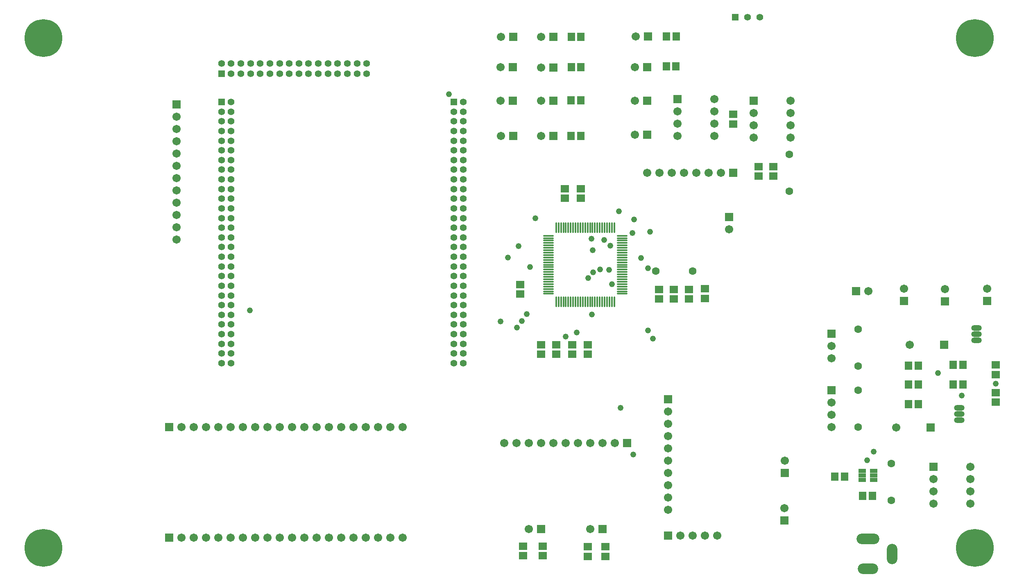
<source format=gts>
G04*
G04 #@! TF.GenerationSoftware,Altium Limited,Altium Designer,18.1.6 (161)*
G04*
G04 Layer_Color=8388736*
%FSLAX25Y25*%
%MOIN*%
G70*
G01*
G75*
%ADD21R,0.06706X0.06312*%
%ADD22R,0.05918X0.03556*%
%ADD23R,0.06312X0.06706*%
%ADD24O,0.01581X0.08471*%
%ADD25O,0.08471X0.01581*%
%ADD26C,0.06312*%
%ADD27C,0.06706*%
%ADD28R,0.06706X0.06706*%
%ADD29R,0.06706X0.06706*%
%ADD30C,0.05524*%
%ADD31R,0.05524X0.05524*%
%ADD32R,0.05524X0.05524*%
%ADD33C,0.06706*%
%ADD34O,0.08674X0.16548*%
%ADD35O,0.16548X0.08674*%
%ADD36O,0.18517X0.08674*%
%ADD37O,0.08674X0.04737*%
%ADD38O,0.08674X0.04737*%
%ADD39C,0.30800*%
%ADD40C,0.04800*%
D21*
X863744Y426126D02*
D03*
Y434000D02*
D03*
X851500Y433937D02*
D03*
Y426063D02*
D03*
X831000Y476437D02*
D03*
Y468563D02*
D03*
X707000Y415953D02*
D03*
Y408079D02*
D03*
X700000Y281063D02*
D03*
Y288937D02*
D03*
X727000Y116626D02*
D03*
Y124500D02*
D03*
X712500Y116626D02*
D03*
Y124500D02*
D03*
X676000Y117063D02*
D03*
Y124937D02*
D03*
X660000Y117126D02*
D03*
Y125000D02*
D03*
X674500Y281063D02*
D03*
Y288937D02*
D03*
X1044500Y264563D02*
D03*
Y272437D02*
D03*
Y242126D02*
D03*
Y250000D02*
D03*
X687000Y281063D02*
D03*
Y288937D02*
D03*
X808000Y334374D02*
D03*
Y326500D02*
D03*
X795000Y334000D02*
D03*
Y326126D02*
D03*
X712500Y288937D02*
D03*
Y281063D02*
D03*
X657500Y330063D02*
D03*
Y337937D02*
D03*
X694000Y408142D02*
D03*
Y416016D02*
D03*
X782500Y326063D02*
D03*
Y333937D02*
D03*
X770500Y326063D02*
D03*
Y333937D02*
D03*
D22*
X945224Y186240D02*
D03*
Y182500D02*
D03*
Y178760D02*
D03*
X935776D02*
D03*
Y182500D02*
D03*
Y186240D02*
D03*
D23*
X973626Y240500D02*
D03*
X981500D02*
D03*
X973563Y256500D02*
D03*
X981437D02*
D03*
Y272000D02*
D03*
X973563D02*
D03*
X1017937Y256500D02*
D03*
X1010063D02*
D03*
X944224Y165740D02*
D03*
X936350D02*
D03*
X1010000Y272500D02*
D03*
X1017874D02*
D03*
X921437Y181500D02*
D03*
X913563D02*
D03*
X784374Y515500D02*
D03*
X776500D02*
D03*
X784500Y540000D02*
D03*
X776626D02*
D03*
X707000Y515000D02*
D03*
X699126D02*
D03*
X706874Y459000D02*
D03*
X699000D02*
D03*
X706937Y487882D02*
D03*
X699063D02*
D03*
X707000Y539500D02*
D03*
X699126D02*
D03*
D24*
X734122Y323980D02*
D03*
X732153D02*
D03*
X730185D02*
D03*
X728216D02*
D03*
X726248D02*
D03*
X724279D02*
D03*
X722311D02*
D03*
X720342D02*
D03*
X718374D02*
D03*
X716405D02*
D03*
X714437D02*
D03*
X712468D02*
D03*
X710500D02*
D03*
X708531D02*
D03*
X706563D02*
D03*
X704594D02*
D03*
X702626D02*
D03*
X700657D02*
D03*
X698689D02*
D03*
X696720D02*
D03*
X694752D02*
D03*
X692783D02*
D03*
X690815D02*
D03*
X688846D02*
D03*
X686878D02*
D03*
Y384020D02*
D03*
X688846D02*
D03*
X690815D02*
D03*
X692783D02*
D03*
X694752D02*
D03*
X696720D02*
D03*
X698689D02*
D03*
X700657D02*
D03*
X702626D02*
D03*
X704594D02*
D03*
X706563D02*
D03*
X708531D02*
D03*
X710500D02*
D03*
X712468D02*
D03*
X714437D02*
D03*
X716405D02*
D03*
X718374D02*
D03*
X720342D02*
D03*
X722311D02*
D03*
X724279D02*
D03*
X726248D02*
D03*
X728216D02*
D03*
X730185D02*
D03*
X732153D02*
D03*
X734122D02*
D03*
D25*
X680480Y330378D02*
D03*
Y332346D02*
D03*
Y334315D02*
D03*
Y336283D02*
D03*
Y338252D02*
D03*
Y340220D02*
D03*
Y342189D02*
D03*
Y344157D02*
D03*
Y346126D02*
D03*
Y348094D02*
D03*
Y350063D02*
D03*
Y352031D02*
D03*
Y354000D02*
D03*
Y355968D02*
D03*
Y357937D02*
D03*
Y359905D02*
D03*
Y361874D02*
D03*
Y363842D02*
D03*
Y365811D02*
D03*
Y367779D02*
D03*
Y369748D02*
D03*
Y371716D02*
D03*
Y373685D02*
D03*
Y375653D02*
D03*
Y377622D02*
D03*
X740520D02*
D03*
Y375653D02*
D03*
Y373685D02*
D03*
Y371716D02*
D03*
Y369748D02*
D03*
Y367779D02*
D03*
Y365811D02*
D03*
Y363842D02*
D03*
Y361874D02*
D03*
Y359905D02*
D03*
Y357937D02*
D03*
Y355968D02*
D03*
Y354000D02*
D03*
Y352031D02*
D03*
Y350063D02*
D03*
Y348094D02*
D03*
Y346126D02*
D03*
Y344157D02*
D03*
Y342189D02*
D03*
Y340220D02*
D03*
Y338252D02*
D03*
Y336283D02*
D03*
Y334315D02*
D03*
Y332346D02*
D03*
Y330378D02*
D03*
D26*
X876500Y414000D02*
D03*
Y444000D02*
D03*
X932500Y271500D02*
D03*
Y301500D02*
D03*
Y222000D02*
D03*
Y252000D02*
D03*
X768000Y349000D02*
D03*
X798000D02*
D03*
X959724Y162240D02*
D03*
Y192240D02*
D03*
D27*
X378000Y374500D02*
D03*
Y384500D02*
D03*
Y394500D02*
D03*
Y404500D02*
D03*
Y414500D02*
D03*
Y424500D02*
D03*
Y434500D02*
D03*
Y444500D02*
D03*
Y454500D02*
D03*
Y464500D02*
D03*
Y474500D02*
D03*
X827500Y383000D02*
D03*
X970000Y334500D02*
D03*
X1003106Y334063D02*
D03*
X1037500Y334500D02*
D03*
X941000Y332500D02*
D03*
X818000Y133500D02*
D03*
X808000D02*
D03*
X798000D02*
D03*
X788000D02*
D03*
X562000Y132000D02*
D03*
X552000D02*
D03*
X542000D02*
D03*
X532000D02*
D03*
X522000D02*
D03*
X512000D02*
D03*
X502000D02*
D03*
X492000D02*
D03*
X482000D02*
D03*
X472000D02*
D03*
X462000D02*
D03*
X452000D02*
D03*
X442000D02*
D03*
X432000D02*
D03*
X422000D02*
D03*
X412000D02*
D03*
X402000D02*
D03*
X392000D02*
D03*
X382000D02*
D03*
X562000Y222000D02*
D03*
X552000D02*
D03*
X542000D02*
D03*
X532000D02*
D03*
X522000D02*
D03*
X512000D02*
D03*
X502000D02*
D03*
X492000D02*
D03*
X482000D02*
D03*
X472000D02*
D03*
X462000D02*
D03*
X452000D02*
D03*
X442000D02*
D03*
X432000D02*
D03*
X422000D02*
D03*
X412000D02*
D03*
X402000D02*
D03*
X392000D02*
D03*
X382000D02*
D03*
X734500Y209000D02*
D03*
X724500D02*
D03*
X714500D02*
D03*
X704500D02*
D03*
X694500D02*
D03*
X684500D02*
D03*
X674500D02*
D03*
X664500D02*
D03*
X654500D02*
D03*
X644500D02*
D03*
X664500Y139000D02*
D03*
X714500D02*
D03*
X911000Y242000D02*
D03*
Y232000D02*
D03*
Y222000D02*
D03*
Y278000D02*
D03*
Y288000D02*
D03*
X821000Y429000D02*
D03*
X811000D02*
D03*
X801000D02*
D03*
X791000D02*
D03*
X781000D02*
D03*
X771000D02*
D03*
X761000D02*
D03*
X974524Y289000D02*
D03*
X963524Y221500D02*
D03*
X960185Y114465D02*
D03*
Y122339D02*
D03*
X936563Y106591D02*
D03*
X944437D02*
D03*
X994000Y179500D02*
D03*
Y169500D02*
D03*
Y159500D02*
D03*
X1024000Y189500D02*
D03*
Y179500D02*
D03*
Y169500D02*
D03*
Y159500D02*
D03*
X873000Y194500D02*
D03*
X872500Y156000D02*
D03*
X751000Y515000D02*
D03*
X751500Y540000D02*
D03*
X674500Y459000D02*
D03*
X778000Y234500D02*
D03*
Y214500D02*
D03*
Y204500D02*
D03*
Y194500D02*
D03*
Y184500D02*
D03*
Y174500D02*
D03*
Y164500D02*
D03*
Y154500D02*
D03*
Y224500D02*
D03*
X674500Y487500D02*
D03*
Y514500D02*
D03*
Y539500D02*
D03*
X751000Y460000D02*
D03*
Y487500D02*
D03*
X641500D02*
D03*
Y515000D02*
D03*
X642000Y459000D02*
D03*
Y539500D02*
D03*
X877500Y457500D02*
D03*
Y467500D02*
D03*
Y477500D02*
D03*
Y487500D02*
D03*
X847500Y457500D02*
D03*
Y467500D02*
D03*
Y477500D02*
D03*
X815500Y459000D02*
D03*
Y469000D02*
D03*
Y479000D02*
D03*
Y489000D02*
D03*
X785500Y459000D02*
D03*
Y469000D02*
D03*
Y479000D02*
D03*
D28*
X378000Y484500D02*
D03*
X827500Y393000D02*
D03*
X970000Y324500D02*
D03*
X1003106Y324063D02*
D03*
X1037500Y324500D02*
D03*
X911000Y252000D02*
D03*
Y298000D02*
D03*
X873000Y184500D02*
D03*
X872500Y146000D02*
D03*
X778000Y244500D02*
D03*
D29*
X931000Y332500D02*
D03*
X778000Y133500D02*
D03*
X372000Y132000D02*
D03*
Y222000D02*
D03*
X744500Y209000D02*
D03*
X674500Y139000D02*
D03*
X724500D02*
D03*
X831000Y429000D02*
D03*
X1002476Y289000D02*
D03*
X991476Y221500D02*
D03*
X994000Y189500D02*
D03*
X761000Y515000D02*
D03*
X761500Y540000D02*
D03*
X684500Y459000D02*
D03*
Y487500D02*
D03*
Y514500D02*
D03*
Y539500D02*
D03*
X761000Y460000D02*
D03*
Y487500D02*
D03*
X651500D02*
D03*
Y515000D02*
D03*
X652000Y459000D02*
D03*
Y539500D02*
D03*
X847500Y487500D02*
D03*
X785500Y489000D02*
D03*
D30*
X611374Y384134D02*
D03*
X603500D02*
D03*
X611374Y392008D02*
D03*
X603500D02*
D03*
X611374Y399882D02*
D03*
X603500D02*
D03*
X611374Y407756D02*
D03*
X603500D02*
D03*
X611374Y415630D02*
D03*
X603500D02*
D03*
X611374Y423504D02*
D03*
X603500D02*
D03*
X611374Y431378D02*
D03*
X603500D02*
D03*
X611374Y439252D02*
D03*
X603500D02*
D03*
X611374Y447126D02*
D03*
X603500D02*
D03*
X611374Y455000D02*
D03*
X603500D02*
D03*
X611374Y462874D02*
D03*
X603500D02*
D03*
X611374Y470748D02*
D03*
X603500D02*
D03*
X611374Y478622D02*
D03*
X603500D02*
D03*
X611374Y486496D02*
D03*
X603500Y376260D02*
D03*
X611374D02*
D03*
X603500Y368386D02*
D03*
X611374D02*
D03*
Y281772D02*
D03*
X603500D02*
D03*
Y360512D02*
D03*
X611374D02*
D03*
X603500Y352638D02*
D03*
X611374D02*
D03*
X603500Y344764D02*
D03*
X611374D02*
D03*
X603500Y336890D02*
D03*
X611374D02*
D03*
X603500Y329016D02*
D03*
X611374D02*
D03*
X603500Y321142D02*
D03*
X611374D02*
D03*
X603500Y313268D02*
D03*
X611374D02*
D03*
X603500Y305394D02*
D03*
X611374D02*
D03*
X603500Y297520D02*
D03*
X611374D02*
D03*
X603500Y289646D02*
D03*
X611374D02*
D03*
X422398D02*
D03*
X414524D02*
D03*
X422398Y297520D02*
D03*
X414524D02*
D03*
X422398Y305394D02*
D03*
X414524D02*
D03*
X422398Y313268D02*
D03*
X414524D02*
D03*
X422398Y321142D02*
D03*
X414524D02*
D03*
X422398Y329016D02*
D03*
X414524D02*
D03*
X422398Y336890D02*
D03*
X414524D02*
D03*
X422398Y344764D02*
D03*
X414524D02*
D03*
X422398Y352638D02*
D03*
X414524D02*
D03*
X422398Y360512D02*
D03*
X414524D02*
D03*
Y281772D02*
D03*
X422398D02*
D03*
Y368386D02*
D03*
X414524D02*
D03*
X422398Y376260D02*
D03*
X414524D02*
D03*
X422398Y486496D02*
D03*
X414524Y478622D02*
D03*
X422398D02*
D03*
X414524Y470748D02*
D03*
X422398D02*
D03*
X414524Y462874D02*
D03*
X422398D02*
D03*
X414524Y455000D02*
D03*
X422398D02*
D03*
X414524Y447126D02*
D03*
X422398D02*
D03*
X414524Y439252D02*
D03*
X422398D02*
D03*
X414524Y431378D02*
D03*
X422398D02*
D03*
X414524Y423504D02*
D03*
X422398D02*
D03*
X414524Y415630D02*
D03*
X422398D02*
D03*
X414524Y407756D02*
D03*
X422398D02*
D03*
X414524Y399882D02*
D03*
X422398D02*
D03*
X414524Y392008D02*
D03*
X422398D02*
D03*
X414524Y384134D02*
D03*
X422398D02*
D03*
X532634Y517992D02*
D03*
Y509496D02*
D03*
X524760Y517992D02*
D03*
Y509496D02*
D03*
X516886Y517992D02*
D03*
Y509496D02*
D03*
X509012Y517992D02*
D03*
Y509496D02*
D03*
X501138Y517992D02*
D03*
Y509496D02*
D03*
X493264Y517992D02*
D03*
Y509496D02*
D03*
X485390Y517992D02*
D03*
Y509496D02*
D03*
X477516Y517992D02*
D03*
Y509496D02*
D03*
X469642Y517992D02*
D03*
Y509496D02*
D03*
X461768Y517992D02*
D03*
Y509496D02*
D03*
X453894Y517992D02*
D03*
Y509496D02*
D03*
X446020Y517992D02*
D03*
Y509496D02*
D03*
X438146Y517992D02*
D03*
Y509496D02*
D03*
X430272Y517992D02*
D03*
Y509496D02*
D03*
X422398Y517992D02*
D03*
Y509496D02*
D03*
X414524Y517992D02*
D03*
X603500Y273898D02*
D03*
X611374D02*
D03*
X422398D02*
D03*
X414524D02*
D03*
X852500Y555500D02*
D03*
X842500D02*
D03*
D31*
X603500Y486496D02*
D03*
X414524D02*
D03*
D32*
Y509496D02*
D03*
X832500Y555500D02*
D03*
D33*
X945421Y131000D02*
D03*
X935579D02*
D03*
D34*
X960185Y118402D02*
D03*
D35*
X940500Y106591D02*
D03*
D36*
Y131000D02*
D03*
D37*
X1029000Y302500D02*
D03*
Y297500D02*
D03*
Y292500D02*
D03*
X1015000Y237500D02*
D03*
Y227500D02*
D03*
D38*
Y232500D02*
D03*
D39*
X269500Y538500D02*
D03*
Y123500D02*
D03*
X1027500D02*
D03*
Y538500D02*
D03*
D40*
X765500Y294000D02*
D03*
X761468Y300500D02*
D03*
X663000Y313688D02*
D03*
X659000Y308188D02*
D03*
X655000Y302688D02*
D03*
X437500Y317000D02*
D03*
X599700Y493000D02*
D03*
X641500Y308000D02*
D03*
X732153Y338252D02*
D03*
X730000Y350000D02*
D03*
X722500Y350063D02*
D03*
X713000Y343300D02*
D03*
X717085Y347752D02*
D03*
X665500Y352031D02*
D03*
X670000Y392008D02*
D03*
X749000Y379900D02*
D03*
X731000Y369500D02*
D03*
X716000Y313608D02*
D03*
X703500Y299000D02*
D03*
X694752Y295500D02*
D03*
X749500Y199500D02*
D03*
X945224Y201803D02*
D03*
X1017000Y247500D02*
D03*
X997500Y266000D02*
D03*
X715500Y375200D02*
D03*
X737900Y397600D02*
D03*
X750300Y390900D02*
D03*
X725900Y374300D02*
D03*
X763300Y380700D02*
D03*
X716589Y365811D02*
D03*
X656300Y369200D02*
D03*
X647700Y360000D02*
D03*
X761468Y351237D02*
D03*
X756000Y359400D02*
D03*
X940000Y194900D02*
D03*
X739200Y237600D02*
D03*
X1044500Y257300D02*
D03*
M02*

</source>
